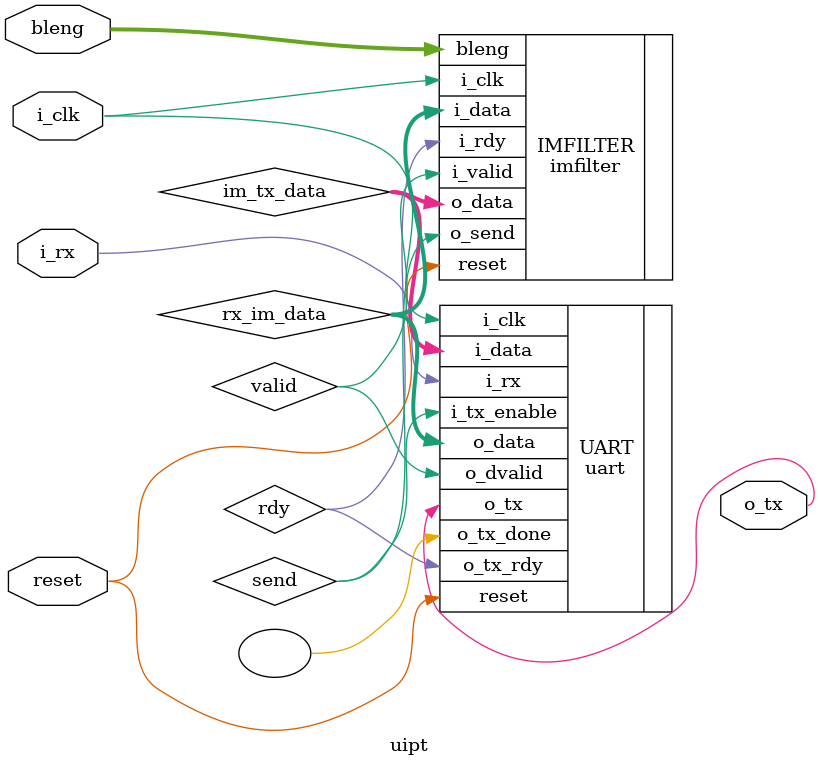
<source format=sv>
`timescale 1ns / 1ps

module uipt 
    #(parameter clk_speed = 100_000000,
                baudrate = 921600,
                D_BITS = 8,
                SP_BITS = 1,
                N = 400
    )(
    input logic i_clk,
    input logic reset,
    input logic [31:0] bleng,
    input logic i_rx,
    output logic o_tx
    );
    
    logic dvalid, rdy, send;
    //(*DONT_TOUCH = "true"*)
    logic [D_BITS - 1:0] rx_im_data;
    /*(*DONT_TOUCH = "true"*)*/ logic [D_BITS - 1:0] im_tx_data;
    logic o_tx_done;
    
    uart #(
        .clk_speed(clk_speed),
        .baudrate(baudrate),
        .D_BITS(D_BITS),
        .SP_BITS(SP_BITS)
    )UART(
        .i_clk(i_clk),
        .reset(reset),
        .i_rx(i_rx),
        .i_data(im_tx_data),
        .i_tx_enable(send),
        .o_tx(o_tx),
        .o_data(rx_im_data),
        .o_dvalid(valid),
        .o_tx_rdy(rdy),
        .o_tx_done()
    );
    
    imfilter #(
        .D_BITS(D_BITS),
        .N(N)
    )IMFILTER(
        .i_clk(i_clk),
        .reset(reset),
        .bleng(bleng),
        .i_data(rx_im_data),
        .i_valid(valid),
        .i_rdy(rdy),
        .o_data(im_tx_data),
        .o_send(send)
    );
    
endmodule

</source>
